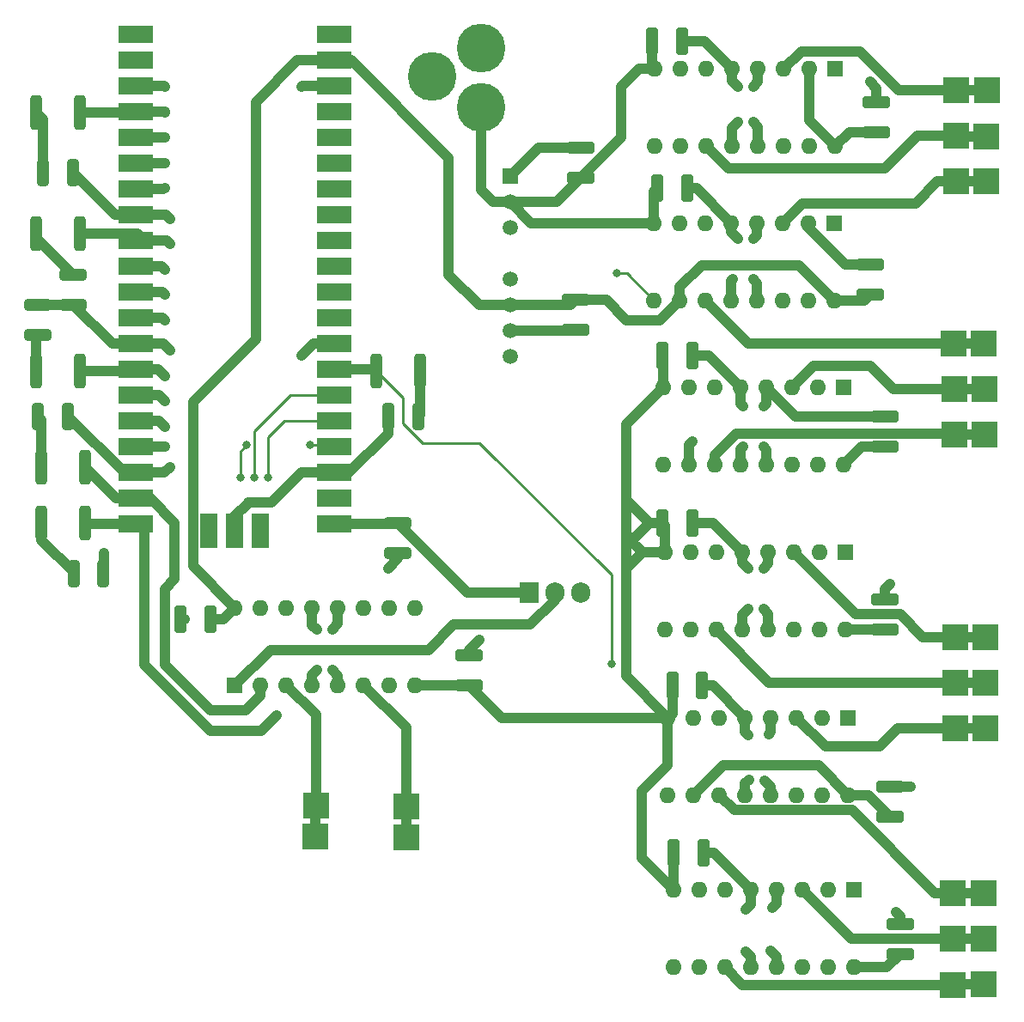
<source format=gbr>
%TF.GenerationSoftware,KiCad,Pcbnew,(6.0.7)*%
%TF.CreationDate,2023-04-21T16:09:57-05:00*%
%TF.ProjectId,RevisedControlBoard,52657669-7365-4644-936f-6e74726f6c42,rev?*%
%TF.SameCoordinates,Original*%
%TF.FileFunction,Copper,L1,Top*%
%TF.FilePolarity,Positive*%
%FSLAX46Y46*%
G04 Gerber Fmt 4.6, Leading zero omitted, Abs format (unit mm)*
G04 Created by KiCad (PCBNEW (6.0.7)) date 2023-04-21 16:09:57*
%MOMM*%
%LPD*%
G01*
G04 APERTURE LIST*
G04 Aperture macros list*
%AMRoundRect*
0 Rectangle with rounded corners*
0 $1 Rounding radius*
0 $2 $3 $4 $5 $6 $7 $8 $9 X,Y pos of 4 corners*
0 Add a 4 corners polygon primitive as box body*
4,1,4,$2,$3,$4,$5,$6,$7,$8,$9,$2,$3,0*
0 Add four circle primitives for the rounded corners*
1,1,$1+$1,$2,$3*
1,1,$1+$1,$4,$5*
1,1,$1+$1,$6,$7*
1,1,$1+$1,$8,$9*
0 Add four rect primitives between the rounded corners*
20,1,$1+$1,$2,$3,$4,$5,0*
20,1,$1+$1,$4,$5,$6,$7,0*
20,1,$1+$1,$6,$7,$8,$9,0*
20,1,$1+$1,$8,$9,$2,$3,0*%
G04 Aperture macros list end*
%TA.AperFunction,ComponentPad*%
%ADD10R,1.600000X1.600000*%
%TD*%
%TA.AperFunction,ComponentPad*%
%ADD11O,1.600000X1.600000*%
%TD*%
%TA.AperFunction,SMDPad,CuDef*%
%ADD12RoundRect,0.250000X1.100000X-0.325000X1.100000X0.325000X-1.100000X0.325000X-1.100000X-0.325000X0*%
%TD*%
%TA.AperFunction,SMDPad,CuDef*%
%ADD13R,2.500000X2.500000*%
%TD*%
%TA.AperFunction,SMDPad,CuDef*%
%ADD14RoundRect,0.250000X-0.325000X-1.100000X0.325000X-1.100000X0.325000X1.100000X-0.325000X1.100000X0*%
%TD*%
%TA.AperFunction,SMDPad,CuDef*%
%ADD15RoundRect,0.250000X-0.312500X-1.075000X0.312500X-1.075000X0.312500X1.075000X-0.312500X1.075000X0*%
%TD*%
%TA.AperFunction,ComponentPad*%
%ADD16R,1.508000X1.508000*%
%TD*%
%TA.AperFunction,ComponentPad*%
%ADD17C,1.508000*%
%TD*%
%TA.AperFunction,SMDPad,CuDef*%
%ADD18RoundRect,0.250000X-0.312500X-1.450000X0.312500X-1.450000X0.312500X1.450000X-0.312500X1.450000X0*%
%TD*%
%TA.AperFunction,ComponentPad*%
%ADD19C,4.800000*%
%TD*%
%TA.AperFunction,SMDPad,CuDef*%
%ADD20RoundRect,0.250000X-1.075000X0.312500X-1.075000X-0.312500X1.075000X-0.312500X1.075000X0.312500X0*%
%TD*%
%TA.AperFunction,ComponentPad*%
%ADD21R,1.905000X2.000000*%
%TD*%
%TA.AperFunction,ComponentPad*%
%ADD22O,1.905000X2.000000*%
%TD*%
%TA.AperFunction,SMDPad,CuDef*%
%ADD23RoundRect,0.250000X-1.100000X0.325000X-1.100000X-0.325000X1.100000X-0.325000X1.100000X0.325000X0*%
%TD*%
%TA.AperFunction,SMDPad,CuDef*%
%ADD24RoundRect,0.250000X1.075000X-0.312500X1.075000X0.312500X-1.075000X0.312500X-1.075000X-0.312500X0*%
%TD*%
%TA.AperFunction,SMDPad,CuDef*%
%ADD25RoundRect,0.250000X0.312500X1.450000X-0.312500X1.450000X-0.312500X-1.450000X0.312500X-1.450000X0*%
%TD*%
%TA.AperFunction,SMDPad,CuDef*%
%ADD26R,3.500000X1.700000*%
%TD*%
%TA.AperFunction,SMDPad,CuDef*%
%ADD27R,1.700000X3.500000*%
%TD*%
%TA.AperFunction,SMDPad,CuDef*%
%ADD28RoundRect,0.250000X0.312500X1.075000X-0.312500X1.075000X-0.312500X-1.075000X0.312500X-1.075000X0*%
%TD*%
%TA.AperFunction,SMDPad,CuDef*%
%ADD29RoundRect,0.250000X0.325000X1.100000X-0.325000X1.100000X-0.325000X-1.100000X0.325000X-1.100000X0*%
%TD*%
%TA.AperFunction,ViaPad*%
%ADD30C,0.800000*%
%TD*%
%TA.AperFunction,Conductor*%
%ADD31C,1.000000*%
%TD*%
%TA.AperFunction,Conductor*%
%ADD32C,0.250000*%
%TD*%
G04 APERTURE END LIST*
D10*
%TO.P,U6,1,EN1\u002C2*%
%TO.N,G4C*%
X190430000Y-125200000D03*
D11*
%TO.P,U6,2,1A*%
%TO.N,G4B*%
X187890000Y-125200000D03*
%TO.P,U6,3,1Y*%
%TO.N,Net-(G4M1-Pad1)*%
X185350000Y-125200000D03*
%TO.P,U6,4,GND*%
%TO.N,GND1*%
X182810000Y-125200000D03*
%TO.P,U6,5,GND*%
X180270000Y-125200000D03*
%TO.P,U6,6,2Y*%
%TO.N,unconnected-(U6-Pad6)*%
X177730000Y-125200000D03*
%TO.P,U6,7,2A*%
%TO.N,unconnected-(U6-Pad7)*%
X175190000Y-125200000D03*
%TO.P,U6,8,VCC2*%
%TO.N,18V*%
X172650000Y-125200000D03*
%TO.P,U6,9,EN3\u002C4*%
%TO.N,G4D*%
X172650000Y-132820000D03*
%TO.P,U6,10,3A*%
%TO.N,GND1*%
X175190000Y-132820000D03*
%TO.P,U6,11,3Y*%
%TO.N,Net-(G4L1-Pad1)*%
X177730000Y-132820000D03*
%TO.P,U6,12,GND*%
%TO.N,GND1*%
X180270000Y-132820000D03*
%TO.P,U6,13,GND*%
X182810000Y-132820000D03*
%TO.P,U6,14,4Y*%
%TO.N,unconnected-(U6-Pad14)*%
X185350000Y-132820000D03*
%TO.P,U6,15,4A*%
%TO.N,unconnected-(U6-Pad15)*%
X187890000Y-132820000D03*
%TO.P,U6,16,VCC1*%
%TO.N,+5V*%
X190430000Y-132820000D03*
%TD*%
D12*
%TO.P,C12,1*%
%TO.N,+5V*%
X195000000Y-131475000D03*
%TO.P,C12,2*%
%TO.N,GND1*%
X195000000Y-128525000D03*
%TD*%
D10*
%TO.P,U5,1,EN1\u002C2*%
%TO.N,G1D*%
X188505000Y-59430000D03*
D11*
%TO.P,U5,2,1A*%
%TO.N,GND1*%
X185965000Y-59430000D03*
%TO.P,U5,3,1Y*%
%TO.N,Net-(G1L1-Pad1)*%
X183425000Y-59430000D03*
%TO.P,U5,4,GND*%
%TO.N,GND1*%
X180885000Y-59430000D03*
%TO.P,U5,5,GND*%
X178345000Y-59430000D03*
%TO.P,U5,6,2Y*%
%TO.N,unconnected-(U5-Pad6)*%
X175805000Y-59430000D03*
%TO.P,U5,7,2A*%
%TO.N,unconnected-(U5-Pad7)*%
X173265000Y-59430000D03*
%TO.P,U5,8,VCC2*%
%TO.N,18V*%
X170725000Y-59430000D03*
%TO.P,U5,9,EN3\u002C4*%
%TO.N,G2A*%
X170725000Y-67050000D03*
%TO.P,U5,10,3A*%
%TO.N,+5V*%
X173265000Y-67050000D03*
%TO.P,U5,11,3Y*%
%TO.N,Net-(G2R1-Pad1)*%
X175805000Y-67050000D03*
%TO.P,U5,12,GND*%
%TO.N,GND1*%
X178345000Y-67050000D03*
%TO.P,U5,13,GND*%
X180885000Y-67050000D03*
%TO.P,U5,14,4Y*%
%TO.N,unconnected-(U5-Pad14)*%
X183425000Y-67050000D03*
%TO.P,U5,15,4A*%
%TO.N,unconnected-(U5-Pad15)*%
X185965000Y-67050000D03*
%TO.P,U5,16,VCC1*%
%TO.N,+5V*%
X188505000Y-67050000D03*
%TD*%
D13*
%TO.P,RailB1,1,1*%
%TO.N,Net-(RailB1-Pad1)*%
X146305001Y-116987499D03*
%TD*%
D12*
%TO.P,C2,1*%
%TO.N,+5V*%
X194000000Y-117975000D03*
%TO.P,C2,2*%
%TO.N,GND1*%
X194000000Y-115025000D03*
%TD*%
D13*
%TO.P,G4L1,1,1*%
%TO.N,Net-(G4L1-Pad1)*%
X203200000Y-134500000D03*
%TD*%
%TO.P,G2L2,1,1*%
%TO.N,Net-(G2L1-Pad1)*%
X200300000Y-80330000D03*
%TD*%
%TO.P,G1L1,1,1*%
%TO.N,Net-(G1L1-Pad1)*%
X203500000Y-55330000D03*
%TD*%
D14*
%TO.P,C10,1*%
%TO.N,18V*%
X172525000Y-105000000D03*
%TO.P,C10,2*%
%TO.N,GND1*%
X175475000Y-105000000D03*
%TD*%
D13*
%TO.P,G1M2,1,1*%
%TO.N,Net-(G1M1-Pad1)*%
X200500000Y-50830000D03*
%TD*%
D15*
%TO.P,R1,1*%
%TO.N,Net-(D1-Pad1)*%
X110037500Y-78500000D03*
%TO.P,R1,2*%
%TO.N,GND1*%
X112962500Y-78500000D03*
%TD*%
D13*
%TO.P,G4R2,1,1*%
%TO.N,Net-(G4R1-Pad1)*%
X200200000Y-125500000D03*
%TD*%
D16*
%TO.P,PS1,1,GND*%
%TO.N,GND1*%
X156550000Y-54822500D03*
D17*
%TO.P,PS1,2,VIN*%
%TO.N,18V*%
X156550000Y-57362500D03*
%TO.P,PS1,3,NC*%
%TO.N,unconnected-(PS1-Pad3)*%
X156550000Y-59902500D03*
%TO.P,PS1,5,NC*%
%TO.N,unconnected-(PS1-Pad5)*%
X156550000Y-64982500D03*
%TO.P,PS1,6,+VO*%
%TO.N,+5V*%
X156550000Y-67522500D03*
%TO.P,PS1,7,0V*%
%TO.N,GND1*%
X156550000Y-70062500D03*
%TO.P,PS1,8,NC*%
%TO.N,unconnected-(PS1-Pad8)*%
X156550000Y-72602500D03*
%TD*%
D18*
%TO.P,CCW,1,K*%
%TO.N,Net-(D2-Pad1)*%
X110362500Y-89000000D03*
%TO.P,CCW,2,A*%
%TO.N,Rail2*%
X114637500Y-89000000D03*
%TD*%
D10*
%TO.P,U4,1,EN1\u002C2*%
%TO.N,G1A*%
X188605000Y-44230000D03*
D11*
%TO.P,U4,2,1A*%
%TO.N,+5V*%
X186065000Y-44230000D03*
%TO.P,U4,3,1Y*%
%TO.N,Net-(G1R1-Pad1)*%
X183525000Y-44230000D03*
%TO.P,U4,4,GND*%
%TO.N,GND1*%
X180985000Y-44230000D03*
%TO.P,U4,5,GND*%
X178445000Y-44230000D03*
%TO.P,U4,6,2Y*%
%TO.N,unconnected-(U4-Pad6)*%
X175905000Y-44230000D03*
%TO.P,U4,7,2A*%
%TO.N,unconnected-(U4-Pad7)*%
X173365000Y-44230000D03*
%TO.P,U4,8,VCC2*%
%TO.N,18V*%
X170825000Y-44230000D03*
%TO.P,U4,9,EN3\u002C4*%
%TO.N,G1C*%
X170825000Y-51850000D03*
%TO.P,U4,10,3A*%
%TO.N,G1B*%
X173365000Y-51850000D03*
%TO.P,U4,11,3Y*%
%TO.N,Net-(G1M1-Pad1)*%
X175905000Y-51850000D03*
%TO.P,U4,12,GND*%
%TO.N,GND1*%
X178445000Y-51850000D03*
%TO.P,U4,13,GND*%
X180985000Y-51850000D03*
%TO.P,U4,14,4Y*%
%TO.N,unconnected-(U4-Pad14)*%
X183525000Y-51850000D03*
%TO.P,U4,15,4A*%
%TO.N,unconnected-(U4-Pad15)*%
X186065000Y-51850000D03*
%TO.P,U4,16,VCC1*%
%TO.N,+5V*%
X188605000Y-51850000D03*
%TD*%
D10*
%TO.P,U7,1,EN1\u002C2*%
%TO.N,G3A*%
X189605000Y-91930000D03*
D11*
%TO.P,U7,2,1A*%
%TO.N,+5V*%
X187065000Y-91930000D03*
%TO.P,U7,3,1Y*%
%TO.N,Net-(G3R1-Pad1)*%
X184525000Y-91930000D03*
%TO.P,U7,4,GND*%
%TO.N,GND1*%
X181985000Y-91930000D03*
%TO.P,U7,5,GND*%
X179445000Y-91930000D03*
%TO.P,U7,6,2Y*%
%TO.N,unconnected-(U7-Pad6)*%
X176905000Y-91930000D03*
%TO.P,U7,7,2A*%
%TO.N,unconnected-(U7-Pad7)*%
X174365000Y-91930000D03*
%TO.P,U7,8,VCC2*%
%TO.N,18V*%
X171825000Y-91930000D03*
%TO.P,U7,9,EN3\u002C4*%
%TO.N,G3C*%
X171825000Y-99550000D03*
%TO.P,U7,10,3A*%
%TO.N,G3B*%
X174365000Y-99550000D03*
%TO.P,U7,11,3Y*%
%TO.N,Net-(G3M1-Pad1)*%
X176905000Y-99550000D03*
%TO.P,U7,12,GND*%
%TO.N,GND1*%
X179445000Y-99550000D03*
%TO.P,U7,13,GND*%
X181985000Y-99550000D03*
%TO.P,U7,14,4Y*%
%TO.N,unconnected-(U7-Pad14)*%
X184525000Y-99550000D03*
%TO.P,U7,15,4A*%
%TO.N,unconnected-(U7-Pad15)*%
X187065000Y-99550000D03*
%TO.P,U7,16,VCC1*%
%TO.N,+5V*%
X189605000Y-99550000D03*
%TD*%
D13*
%TO.P,RailB2,1,1*%
%TO.N,Net-(RailB1-Pad1)*%
X146305001Y-119987499D03*
%TD*%
D14*
%TO.P,C13,1*%
%TO.N,18V*%
X171025000Y-56000000D03*
%TO.P,C13,2*%
%TO.N,GND1*%
X173975000Y-56000000D03*
%TD*%
D13*
%TO.P,G4R1,1,1*%
%TO.N,Net-(G4R1-Pad1)*%
X203200000Y-125500000D03*
%TD*%
%TO.P,RailA2,1,1*%
%TO.N,Net-(RailA1-Pad1)*%
X137355001Y-119937499D03*
%TD*%
D19*
%TO.P,J1,1,POWER*%
%TO.N,18V*%
X153650000Y-48009500D03*
%TO.P,J1,2,GND_1*%
%TO.N,GND1*%
X153650000Y-42209500D03*
%TO.P,J1,3,GND_2*%
%TO.N,unconnected-(J1-Pad3)*%
X148850000Y-45009500D03*
%TD*%
D15*
%TO.P,R2,1*%
%TO.N,Net-(D2-Pad1)*%
X113537500Y-94000000D03*
%TO.P,R2,2*%
%TO.N,GND1*%
X116462500Y-94000000D03*
%TD*%
D20*
%TO.P,R7,1*%
%TO.N,PWM*%
X145500000Y-89037500D03*
%TO.P,R7,2*%
%TO.N,GND1*%
X145500000Y-91962500D03*
%TD*%
D21*
%TO.P,Q1,1,G*%
%TO.N,PWM*%
X158390000Y-95835000D03*
D22*
%TO.P,Q1,2,D*%
%TO.N,RAIL*%
X160930000Y-95835000D03*
%TO.P,Q1,3,S*%
%TO.N,GND1*%
X163470000Y-95835000D03*
%TD*%
D13*
%TO.P,G2M2,1,1*%
%TO.N,Net-(G2M1-Pad1)*%
X200300000Y-75830000D03*
%TD*%
D23*
%TO.P,C4,1*%
%TO.N,+5V*%
X163000000Y-67025000D03*
%TO.P,C4,2*%
%TO.N,GND1*%
X163000000Y-69975000D03*
%TD*%
D13*
%TO.P,G3L2,1,1*%
%TO.N,Net-(G3L1-Pad1)*%
X200400000Y-109230000D03*
%TD*%
%TO.P,G3M2,1,1*%
%TO.N,Net-(G3M1-Pad1)*%
X200400000Y-104730000D03*
%TD*%
%TO.P,G1L2,1,1*%
%TO.N,Net-(G1L1-Pad1)*%
X200500000Y-55330000D03*
%TD*%
D20*
%TO.P,R4,1*%
%TO.N,Net-(D4-Pad1)*%
X113500000Y-64537500D03*
%TO.P,R4,2*%
%TO.N,GND1*%
X113500000Y-67462500D03*
%TD*%
D12*
%TO.P,C5,1*%
%TO.N,+5V*%
X193500000Y-81475000D03*
%TO.P,C5,2*%
%TO.N,GND1*%
X193500000Y-78525000D03*
%TD*%
%TO.P,C1,1*%
%TO.N,18V*%
X163500000Y-54975000D03*
%TO.P,C1,2*%
%TO.N,GND1*%
X163500000Y-52025000D03*
%TD*%
D13*
%TO.P,G4M2,1,1*%
%TO.N,Net-(G4M1-Pad1)*%
X200200000Y-130000000D03*
%TD*%
D18*
%TO.P,Track 1,1,K*%
%TO.N,Net-(D3-Pad1)*%
X109862500Y-48500000D03*
%TO.P,Track 1,2,A*%
%TO.N,G1A*%
X114137500Y-48500000D03*
%TD*%
D10*
%TO.P,U3,1,EN1\u002C2*%
%TO.N,G2C*%
X189405000Y-75630000D03*
D11*
%TO.P,U3,2,1A*%
%TO.N,G2B*%
X186865000Y-75630000D03*
%TO.P,U3,3,1Y*%
%TO.N,Net-(G2M1-Pad1)*%
X184325000Y-75630000D03*
%TO.P,U3,4,GND*%
%TO.N,GND1*%
X181785000Y-75630000D03*
%TO.P,U3,5,GND*%
X179245000Y-75630000D03*
%TO.P,U3,6,2Y*%
%TO.N,unconnected-(U3-Pad6)*%
X176705000Y-75630000D03*
%TO.P,U3,7,2A*%
%TO.N,unconnected-(U3-Pad7)*%
X174165000Y-75630000D03*
%TO.P,U3,8,VCC2*%
%TO.N,18V*%
X171625000Y-75630000D03*
%TO.P,U3,9,EN3\u002C4*%
%TO.N,G2D*%
X171625000Y-83250000D03*
%TO.P,U3,10,3A*%
%TO.N,GND1*%
X174165000Y-83250000D03*
%TO.P,U3,11,3Y*%
%TO.N,Net-(G2L1-Pad1)*%
X176705000Y-83250000D03*
%TO.P,U3,12,GND*%
%TO.N,GND1*%
X179245000Y-83250000D03*
%TO.P,U3,13,GND*%
X181785000Y-83250000D03*
%TO.P,U3,14,4Y*%
%TO.N,unconnected-(U3-Pad14)*%
X184325000Y-83250000D03*
%TO.P,U3,15,4A*%
%TO.N,unconnected-(U3-Pad15)*%
X186865000Y-83250000D03*
%TO.P,U3,16,VCC1*%
%TO.N,+5V*%
X189405000Y-83250000D03*
%TD*%
D14*
%TO.P,C9,1*%
%TO.N,18V*%
X170525000Y-41500000D03*
%TO.P,C9,2*%
%TO.N,GND1*%
X173475000Y-41500000D03*
%TD*%
D24*
%TO.P,R5,1*%
%TO.N,Net-(D5-Pad1)*%
X110000000Y-70462500D03*
%TO.P,R5,2*%
%TO.N,GND1*%
X110000000Y-67537500D03*
%TD*%
D18*
%TO.P,T3,1,K*%
%TO.N,Net-(D5-Pad1)*%
X109862500Y-74000000D03*
%TO.P,T3,2,A*%
%TO.N,G3A*%
X114137500Y-74000000D03*
%TD*%
D13*
%TO.P,G3M1,1,1*%
%TO.N,Net-(G3M1-Pad1)*%
X203400000Y-104730000D03*
%TD*%
%TO.P,G1R2,1,1*%
%TO.N,Net-(G1R1-Pad1)*%
X203550000Y-46330000D03*
%TD*%
D14*
%TO.P,C14,1*%
%TO.N,18V*%
X171525000Y-89000000D03*
%TO.P,C14,2*%
%TO.N,GND1*%
X174475000Y-89000000D03*
%TD*%
%TO.P,C8,1*%
%TO.N,18V*%
X172625000Y-121550000D03*
%TO.P,C8,2*%
%TO.N,GND1*%
X175575000Y-121550000D03*
%TD*%
D13*
%TO.P,G3R1,1,1*%
%TO.N,Net-(G3R1-Pad1)*%
X203400000Y-100230000D03*
%TD*%
%TO.P,G3L1,1,1*%
%TO.N,Net-(G3L1-Pad1)*%
X203400000Y-109230000D03*
%TD*%
D10*
%TO.P,U8,1,EN1\u002C2*%
%TO.N,G3D*%
X189875000Y-108200000D03*
D11*
%TO.P,U8,2,1A*%
%TO.N,GND1*%
X187335000Y-108200000D03*
%TO.P,U8,3,1Y*%
%TO.N,Net-(G3L1-Pad1)*%
X184795000Y-108200000D03*
%TO.P,U8,4,GND*%
%TO.N,GND1*%
X182255000Y-108200000D03*
%TO.P,U8,5,GND*%
X179715000Y-108200000D03*
%TO.P,U8,6,2Y*%
%TO.N,unconnected-(U8-Pad6)*%
X177175000Y-108200000D03*
%TO.P,U8,7,2A*%
%TO.N,unconnected-(U8-Pad7)*%
X174635000Y-108200000D03*
%TO.P,U8,8,VCC2*%
%TO.N,18V*%
X172095000Y-108200000D03*
%TO.P,U8,9,EN3\u002C4*%
%TO.N,G4A*%
X172095000Y-115820000D03*
%TO.P,U8,10,3A*%
%TO.N,+5V*%
X174635000Y-115820000D03*
%TO.P,U8,11,3Y*%
%TO.N,Net-(G4R1-Pad1)*%
X177175000Y-115820000D03*
%TO.P,U8,12,GND*%
%TO.N,GND1*%
X179715000Y-115820000D03*
%TO.P,U8,13,GND*%
X182255000Y-115820000D03*
%TO.P,U8,14,4Y*%
%TO.N,unconnected-(U8-Pad14)*%
X184795000Y-115820000D03*
%TO.P,U8,15,4A*%
%TO.N,unconnected-(U8-Pad15)*%
X187335000Y-115820000D03*
%TO.P,U8,16,VCC1*%
%TO.N,+5V*%
X189875000Y-115820000D03*
%TD*%
D18*
%TO.P,CW,1,K*%
%TO.N,Net-(D1-Pad1)*%
X110362500Y-83500000D03*
%TO.P,CW,2,A*%
%TO.N,Rail1*%
X114637500Y-83500000D03*
%TD*%
D13*
%TO.P,RailA1,1,1*%
%TO.N,Net-(RailA1-Pad1)*%
X137405001Y-116837499D03*
%TD*%
D18*
%TO.P,Track 2,1,K*%
%TO.N,Net-(D4-Pad1)*%
X109862500Y-60500000D03*
%TO.P,Track 2,2,A*%
%TO.N,G2A*%
X114137500Y-60500000D03*
%TD*%
D13*
%TO.P,G1R1,1,1*%
%TO.N,Net-(G1R1-Pad1)*%
X200500000Y-46330000D03*
%TD*%
%TO.P,G2M1,1,1*%
%TO.N,Net-(G2M1-Pad1)*%
X203300000Y-75830000D03*
%TD*%
D12*
%TO.P,C6,1*%
%TO.N,+5V*%
X193500000Y-99475000D03*
%TO.P,C6,2*%
%TO.N,GND1*%
X193500000Y-96525000D03*
%TD*%
%TO.P,C15,1*%
%TO.N,18V*%
X152500000Y-104975000D03*
%TO.P,C15,2*%
%TO.N,GND1*%
X152500000Y-102025000D03*
%TD*%
D13*
%TO.P,G4M1,1,1*%
%TO.N,Net-(G4M1-Pad1)*%
X203200000Y-130000000D03*
%TD*%
%TO.P,G2R1,1,1*%
%TO.N,Net-(G2R1-Pad1)*%
X203250000Y-71280000D03*
%TD*%
D12*
%TO.P,C11,1*%
%TO.N,+5V*%
X192000000Y-66475000D03*
%TO.P,C11,2*%
%TO.N,GND1*%
X192000000Y-63525000D03*
%TD*%
D25*
%TO.P,T4,1,K*%
%TO.N,Net-(D6-Pad1)*%
X147637500Y-74000000D03*
%TO.P,T4,2,A*%
%TO.N,G4A*%
X143362500Y-74000000D03*
%TD*%
D26*
%TO.P,U2,1,GPIO0*%
%TO.N,unconnected-(U2-Pad1)*%
X119610000Y-40870000D03*
%TO.P,U2,2,GPIO1*%
%TO.N,unconnected-(U2-Pad2)*%
X119610000Y-43410000D03*
%TO.P,U2,3,GND*%
%TO.N,GND1*%
X119610000Y-45950000D03*
%TO.P,U2,4,GPIO2*%
%TO.N,G1A*%
X119610000Y-48490000D03*
%TO.P,U2,5,GPIO3*%
%TO.N,G1B*%
X119610000Y-51030000D03*
%TO.P,U2,6,GPIO4*%
%TO.N,G1C*%
X119610000Y-53570000D03*
%TO.P,U2,7,GPIO5*%
%TO.N,G1D*%
X119610000Y-56110000D03*
%TO.P,U2,8,GND*%
%TO.N,GND1*%
X119610000Y-58650000D03*
%TO.P,U2,9,GPIO6*%
%TO.N,G2A*%
X119610000Y-61190000D03*
%TO.P,U2,10,GPIO7*%
%TO.N,G2B*%
X119610000Y-63730000D03*
%TO.P,U2,11,GPIO8*%
%TO.N,G2C*%
X119610000Y-66270000D03*
%TO.P,U2,12,GPIO9*%
%TO.N,G2D*%
X119610000Y-68810000D03*
%TO.P,U2,13,GND*%
%TO.N,GND1*%
X119610000Y-71350000D03*
%TO.P,U2,14,GPIO10*%
%TO.N,G3A*%
X119610000Y-73890000D03*
%TO.P,U2,15,GPIO11*%
%TO.N,G3B*%
X119610000Y-76430000D03*
%TO.P,U2,16,GPIO12*%
%TO.N,G3C*%
X119610000Y-78970000D03*
%TO.P,U2,17,GPIO13*%
%TO.N,G3D*%
X119610000Y-81510000D03*
%TO.P,U2,18,GND*%
%TO.N,GND1*%
X119610000Y-84050000D03*
%TO.P,U2,19,GPIO14*%
%TO.N,Rail1*%
X119610000Y-86590000D03*
%TO.P,U2,20,GPIO15*%
%TO.N,Rail2*%
X119610000Y-89130000D03*
%TO.P,U2,21,GPIO16*%
%TO.N,PWM*%
X139190000Y-89130000D03*
%TO.P,U2,22,GPIO17*%
%TO.N,unconnected-(U2-Pad22)*%
X139190000Y-86590000D03*
%TO.P,U2,23,GND*%
%TO.N,GND1*%
X139190000Y-84050000D03*
%TO.P,U2,24,GPIO18*%
%TO.N,G4D*%
X139190000Y-81510000D03*
%TO.P,U2,25,GPIO19*%
%TO.N,G4C*%
X139190000Y-78970000D03*
%TO.P,U2,26,GPIO20*%
%TO.N,G4B*%
X139190000Y-76430000D03*
%TO.P,U2,27,GPIO21*%
%TO.N,G4A*%
X139190000Y-73890000D03*
%TO.P,U2,28,GND*%
%TO.N,GND1*%
X139190000Y-71350000D03*
%TO.P,U2,29,GPIO22*%
%TO.N,unconnected-(U2-Pad29)*%
X139190000Y-68810000D03*
%TO.P,U2,30,RUN*%
%TO.N,unconnected-(U2-Pad30)*%
X139190000Y-66270000D03*
%TO.P,U2,31,GPIO26_ADC0*%
%TO.N,unconnected-(U2-Pad31)*%
X139190000Y-63730000D03*
%TO.P,U2,32,GPIO27_ADC1*%
%TO.N,unconnected-(U2-Pad32)*%
X139190000Y-61190000D03*
%TO.P,U2,33,AGND*%
%TO.N,unconnected-(U2-Pad33)*%
X139190000Y-58650000D03*
%TO.P,U2,34,GPIO28_ADC2*%
%TO.N,unconnected-(U2-Pad34)*%
X139190000Y-56110000D03*
%TO.P,U2,35,ADC_VREF*%
%TO.N,unconnected-(U2-Pad35)*%
X139190000Y-53570000D03*
%TO.P,U2,36,3V3*%
%TO.N,unconnected-(U2-Pad36)*%
X139190000Y-51030000D03*
%TO.P,U2,37,3V3_EN*%
%TO.N,unconnected-(U2-Pad37)*%
X139190000Y-48490000D03*
%TO.P,U2,38,GND*%
%TO.N,GND1*%
X139190000Y-45950000D03*
%TO.P,U2,39,VSYS*%
%TO.N,+5V*%
X139190000Y-43410000D03*
%TO.P,U2,40,VBUS*%
%TO.N,unconnected-(U2-Pad40)*%
X139190000Y-40870000D03*
D27*
%TO.P,U2,41,SWCLK*%
%TO.N,unconnected-(U2-Pad41)*%
X126860000Y-89800000D03*
%TO.P,U2,42,GND*%
%TO.N,GND1*%
X129400000Y-89800000D03*
%TO.P,U2,43,SWDIO*%
%TO.N,unconnected-(U2-Pad43)*%
X131940000Y-89800000D03*
%TD*%
D15*
%TO.P,R3,1*%
%TO.N,Net-(D3-Pad1)*%
X110537500Y-54500000D03*
%TO.P,R3,2*%
%TO.N,GND1*%
X113462500Y-54500000D03*
%TD*%
D12*
%TO.P,C7,1*%
%TO.N,+5V*%
X192630000Y-50475000D03*
%TO.P,C7,2*%
%TO.N,GND1*%
X192630000Y-47525000D03*
%TD*%
D13*
%TO.P,G3R2,1,1*%
%TO.N,Net-(G3R1-Pad1)*%
X200400000Y-100230000D03*
%TD*%
%TO.P,G4L2,1,1*%
%TO.N,Net-(G4L1-Pad1)*%
X200200000Y-134550000D03*
%TD*%
%TO.P,G1M1,1,1*%
%TO.N,Net-(G1M1-Pad1)*%
X203500000Y-50880000D03*
%TD*%
%TO.P,G2R2,1,1*%
%TO.N,Net-(G2R1-Pad1)*%
X200250000Y-71280000D03*
%TD*%
%TO.P,G2L1,1,1*%
%TO.N,Net-(G2L1-Pad1)*%
X203300000Y-80330000D03*
%TD*%
D14*
%TO.P,C3,1*%
%TO.N,18V*%
X171525000Y-72500000D03*
%TO.P,C3,2*%
%TO.N,GND1*%
X174475000Y-72500000D03*
%TD*%
D28*
%TO.P,R6,1*%
%TO.N,Net-(D6-Pad1)*%
X147462500Y-78500000D03*
%TO.P,R6,2*%
%TO.N,GND1*%
X144537500Y-78500000D03*
%TD*%
D10*
%TO.P,U1,1,EN1\u002C2*%
%TO.N,RAIL*%
X129425000Y-105000000D03*
D11*
%TO.P,U1,2,1A*%
%TO.N,Rail1*%
X131965000Y-105000000D03*
%TO.P,U1,3,1Y*%
%TO.N,Net-(RailA1-Pad1)*%
X134505000Y-105000000D03*
%TO.P,U1,4,GND*%
%TO.N,GND1*%
X137045000Y-105000000D03*
%TO.P,U1,5,GND*%
X139585000Y-105000000D03*
%TO.P,U1,6,2Y*%
%TO.N,Net-(RailB1-Pad1)*%
X142125000Y-105000000D03*
%TO.P,U1,7,2A*%
%TO.N,Rail2*%
X144665000Y-105000000D03*
%TO.P,U1,8,VCC2*%
%TO.N,18V*%
X147205000Y-105000000D03*
%TO.P,U1,9,EN3\u002C4*%
%TO.N,unconnected-(U1-Pad9)*%
X147205000Y-97380000D03*
%TO.P,U1,10,3A*%
%TO.N,unconnected-(U1-Pad10)*%
X144665000Y-97380000D03*
%TO.P,U1,11,3Y*%
%TO.N,unconnected-(U1-Pad11)*%
X142125000Y-97380000D03*
%TO.P,U1,12,GND*%
%TO.N,GND1*%
X139585000Y-97380000D03*
%TO.P,U1,13,GND*%
X137045000Y-97380000D03*
%TO.P,U1,14,4Y*%
%TO.N,unconnected-(U1-Pad14)*%
X134505000Y-97380000D03*
%TO.P,U1,15,4A*%
%TO.N,unconnected-(U1-Pad15)*%
X131965000Y-97380000D03*
%TO.P,U1,16,VCC1*%
%TO.N,+5V*%
X129425000Y-97380000D03*
%TD*%
D29*
%TO.P,C16,1*%
%TO.N,+5V*%
X126975000Y-98500000D03*
%TO.P,C16,2*%
%TO.N,GND1*%
X124025000Y-98500000D03*
%TD*%
D30*
%TO.N,GND1*%
X194000000Y-95000000D03*
X180120000Y-114300000D03*
X181650000Y-114380000D03*
X182060000Y-109800000D03*
X180010000Y-109900000D03*
X196000000Y-115000000D03*
X179720000Y-131230000D03*
X182240000Y-131200000D03*
X182350000Y-126960000D03*
X179770000Y-127120000D03*
X194570000Y-127350000D03*
X139000000Y-99500000D03*
X116500000Y-92000000D03*
X130720000Y-87020000D03*
X180500000Y-46000000D03*
X192000000Y-45500000D03*
X179500000Y-77500000D03*
X136000000Y-46000000D03*
X123000000Y-59000000D03*
X137500000Y-99500000D03*
X174500000Y-81000000D03*
X179000000Y-46000000D03*
X180500000Y-61000000D03*
X122500000Y-46000000D03*
X123000000Y-72000000D03*
X180000000Y-97500000D03*
X180500000Y-49500000D03*
X180500000Y-65000000D03*
X144500000Y-93500000D03*
X179500000Y-81500000D03*
X181500000Y-93500000D03*
X181500000Y-81500000D03*
X123000000Y-83500000D03*
X136000000Y-72500000D03*
X124500000Y-98500000D03*
X179000000Y-49500000D03*
X178500000Y-65000000D03*
X139000000Y-103500000D03*
X137500000Y-103500000D03*
X179000000Y-61000000D03*
X180000000Y-93500000D03*
X181500000Y-97500000D03*
X153500000Y-100500000D03*
X181500000Y-77500000D03*
%TO.N,Rail2*%
X133500000Y-108000000D03*
%TO.N,G1A*%
X122500000Y-48500000D03*
%TO.N,G2A*%
X167050000Y-64370000D03*
X123000000Y-61500000D03*
%TO.N,G3A*%
X122500000Y-74500000D03*
%TO.N,G4A*%
X166540000Y-102930000D03*
%TO.N,G1B*%
X122500000Y-51000000D03*
%TO.N,G1C*%
X122500000Y-53500000D03*
%TO.N,G1D*%
X122500000Y-56000000D03*
%TO.N,G2B*%
X122500000Y-64000000D03*
%TO.N,G2C*%
X122500000Y-66500000D03*
%TO.N,G2D*%
X122500000Y-69000000D03*
%TO.N,G3B*%
X122500000Y-77000000D03*
%TO.N,G3C*%
X122500000Y-79500000D03*
%TO.N,G4D*%
X130580000Y-81300000D03*
X130000000Y-84499500D03*
X136870000Y-81300000D03*
%TO.N,G4C*%
X132650000Y-84499500D03*
%TO.N,G4B*%
X131350000Y-84499500D03*
%TO.N,G3D*%
X122500000Y-81500000D03*
%TD*%
D31*
%TO.N,Net-(G4L1-Pad1)*%
X200200000Y-134550000D02*
X179460000Y-134550000D01*
X200250000Y-134500000D02*
X200200000Y-134550000D01*
X203200000Y-134500000D02*
X200250000Y-134500000D01*
%TO.N,Net-(G1L1-Pad1)*%
X198670000Y-55330000D02*
X200500000Y-55330000D01*
%TO.N,Net-(G1R1-Pad1)*%
X194830000Y-46330000D02*
X200500000Y-46330000D01*
%TO.N,Net-(G1M1-Pad1)*%
X196670000Y-50830000D02*
X200500000Y-50830000D01*
%TO.N,Net-(G2L1-Pad1)*%
X200170000Y-80200000D02*
X200300000Y-80330000D01*
X178800000Y-80200000D02*
X200170000Y-80200000D01*
X176705000Y-82295000D02*
X178800000Y-80200000D01*
X176705000Y-83250000D02*
X176705000Y-82295000D01*
%TO.N,Net-(G2R1-Pad1)*%
X180035000Y-71280000D02*
X200250000Y-71280000D01*
%TO.N,Net-(G2M1-Pad1)*%
X194330000Y-75830000D02*
X200300000Y-75830000D01*
%TO.N,GND1*%
X193500000Y-95500000D02*
X194000000Y-95000000D01*
X193500000Y-96525000D02*
X193500000Y-95500000D01*
%TO.N,+5V*%
X193425000Y-99550000D02*
X193500000Y-99475000D01*
X189605000Y-99550000D02*
X193425000Y-99550000D01*
%TO.N,Net-(G3R1-Pad1)*%
X190595000Y-98000000D02*
X195000000Y-98000000D01*
X184525000Y-91930000D02*
X190595000Y-98000000D01*
X195000000Y-98000000D02*
X197230000Y-100230000D01*
X200400000Y-100230000D02*
X197230000Y-100230000D01*
%TO.N,Net-(G3M1-Pad1)*%
X200400000Y-104730000D02*
X182085000Y-104730000D01*
%TO.N,Net-(G3L1-Pad1)*%
X187595000Y-111000000D02*
X184795000Y-108200000D01*
X194770000Y-109230000D02*
X193000000Y-111000000D01*
X200400000Y-109230000D02*
X194770000Y-109230000D01*
X193000000Y-111000000D02*
X187595000Y-111000000D01*
%TO.N,Net-(G4R1-Pad1)*%
X198430000Y-125500000D02*
X200200000Y-125500000D01*
%TO.N,Net-(G4M1-Pad1)*%
X190150000Y-130000000D02*
X200200000Y-130000000D01*
%TO.N,Net-(G4L1-Pad1)*%
X179460000Y-134550000D02*
X177730000Y-132820000D01*
%TO.N,18V*%
X155725000Y-108200000D02*
X152500000Y-104975000D01*
X172095000Y-108200000D02*
X155725000Y-108200000D01*
X169500000Y-122050000D02*
X172650000Y-125200000D01*
X172095000Y-112860000D02*
X169500000Y-115455000D01*
X169500000Y-115455000D02*
X169500000Y-122050000D01*
X172095000Y-108200000D02*
X172095000Y-112860000D01*
%TO.N,+5V*%
X177575000Y-112880000D02*
X174635000Y-115820000D01*
X186935000Y-112880000D02*
X177575000Y-112880000D01*
X189875000Y-115820000D02*
X186935000Y-112880000D01*
%TO.N,GND1*%
X179715000Y-114705000D02*
X180120000Y-114300000D01*
X179715000Y-115820000D02*
X179715000Y-114705000D01*
X182255000Y-114985000D02*
X181650000Y-114380000D01*
X182255000Y-115820000D02*
X182255000Y-114985000D01*
X182255000Y-109605000D02*
X182060000Y-109800000D01*
X182255000Y-108200000D02*
X182255000Y-109605000D01*
X179715000Y-109605000D02*
X180010000Y-109900000D01*
X179715000Y-108200000D02*
X179715000Y-109605000D01*
X176515000Y-105000000D02*
X179715000Y-108200000D01*
X175475000Y-105000000D02*
X176515000Y-105000000D01*
X195975000Y-115025000D02*
X196000000Y-115000000D01*
X194000000Y-115025000D02*
X195975000Y-115025000D01*
%TO.N,+5V*%
X191845000Y-115820000D02*
X194000000Y-117975000D01*
X189875000Y-115820000D02*
X191845000Y-115820000D01*
%TO.N,Net-(G4R1-Pad1)*%
X178675000Y-117320000D02*
X177175000Y-115820000D01*
X198430000Y-125500000D02*
X190250000Y-117320000D01*
X190250000Y-117320000D02*
X178675000Y-117320000D01*
%TO.N,GND1*%
X180270000Y-131780000D02*
X179720000Y-131230000D01*
X180270000Y-132820000D02*
X180270000Y-131780000D01*
X182810000Y-131770000D02*
X182240000Y-131200000D01*
X182810000Y-132820000D02*
X182810000Y-131770000D01*
X182810000Y-126500000D02*
X182350000Y-126960000D01*
X182810000Y-125200000D02*
X182810000Y-126500000D01*
X180270000Y-126620000D02*
X179770000Y-127120000D01*
X180270000Y-125200000D02*
X180270000Y-126620000D01*
%TO.N,Net-(G4M1-Pad1)*%
X190150000Y-130000000D02*
X185350000Y-125200000D01*
%TO.N,GND1*%
X195000000Y-127780000D02*
X194570000Y-127350000D01*
X195000000Y-128525000D02*
X195000000Y-127780000D01*
%TO.N,+5V*%
X193655000Y-132820000D02*
X195000000Y-131475000D01*
X190430000Y-132820000D02*
X193655000Y-132820000D01*
%TO.N,GND1*%
X176620000Y-121550000D02*
X180270000Y-125200000D01*
X175575000Y-121550000D02*
X176620000Y-121550000D01*
%TO.N,18V*%
X172650000Y-121575000D02*
X172625000Y-121550000D01*
X172650000Y-125200000D02*
X172650000Y-121575000D01*
X168870000Y-90410000D02*
X168050000Y-90410000D01*
X170280000Y-89000000D02*
X168870000Y-90410000D01*
X168050000Y-90410000D02*
X168000000Y-90410000D01*
X169570000Y-91930000D02*
X168050000Y-90410000D01*
X168000000Y-90410000D02*
X168000000Y-86720000D01*
X168000000Y-93500000D02*
X168000000Y-90410000D01*
X169570000Y-91930000D02*
X168000000Y-93500000D01*
X170280000Y-89000000D02*
X168000000Y-86720000D01*
X171525000Y-89000000D02*
X170280000Y-89000000D01*
X168000000Y-86720000D02*
X168000000Y-79255000D01*
X168000000Y-93500000D02*
X168000000Y-104105000D01*
X168000000Y-104105000D02*
X172095000Y-108200000D01*
X172525000Y-107770000D02*
X172095000Y-108200000D01*
X172525000Y-105000000D02*
X172525000Y-107770000D01*
X171825000Y-89300000D02*
X171525000Y-89000000D01*
X167500000Y-46000000D02*
X167500000Y-50975000D01*
X154862500Y-57362500D02*
X153650000Y-56150000D01*
X170725000Y-56300000D02*
X171025000Y-56000000D01*
X171625000Y-75630000D02*
X171625000Y-72600000D01*
X170825000Y-44230000D02*
X169270000Y-44230000D01*
X170725000Y-59430000D02*
X158617500Y-59430000D01*
X156550000Y-57362500D02*
X161112500Y-57362500D01*
X168000000Y-79255000D02*
X171625000Y-75630000D01*
X158617500Y-59430000D02*
X156550000Y-57362500D01*
X153650000Y-56150000D02*
X153650000Y-48009500D01*
X170525000Y-43930000D02*
X170825000Y-44230000D01*
X171825000Y-91930000D02*
X171825000Y-89300000D01*
X152475000Y-105000000D02*
X152500000Y-104975000D01*
X167500000Y-50975000D02*
X163500000Y-54975000D01*
X170725000Y-59430000D02*
X170725000Y-56300000D01*
X147205000Y-105000000D02*
X152475000Y-105000000D01*
X170525000Y-41500000D02*
X170525000Y-43930000D01*
X156550000Y-57362500D02*
X154862500Y-57362500D01*
X171625000Y-72600000D02*
X171525000Y-72500000D01*
X161112500Y-57362500D02*
X163500000Y-54975000D01*
X171825000Y-91930000D02*
X169570000Y-91930000D01*
X169270000Y-44230000D02*
X167500000Y-46000000D01*
%TO.N,GND1*%
X181985000Y-97985000D02*
X181500000Y-97500000D01*
X133000000Y-87000000D02*
X130740000Y-87000000D01*
X174475000Y-72500000D02*
X176115000Y-72500000D01*
X181785000Y-77215000D02*
X181500000Y-77500000D01*
X178445000Y-51850000D02*
X178445000Y-50055000D01*
X180885000Y-67050000D02*
X180885000Y-65385000D01*
X117612500Y-58650000D02*
X120510000Y-58650000D01*
X178445000Y-44230000D02*
X178445000Y-45445000D01*
X110000000Y-67537500D02*
X113425000Y-67537500D01*
X174915000Y-56000000D02*
X178345000Y-59430000D01*
X159347500Y-52025000D02*
X156550000Y-54822500D01*
X135950000Y-84050000D02*
X133000000Y-87000000D01*
X181985000Y-93015000D02*
X181500000Y-93500000D01*
X179245000Y-77245000D02*
X179500000Y-77500000D01*
X184680000Y-78525000D02*
X181785000Y-75630000D01*
X174165000Y-83250000D02*
X174165000Y-81335000D01*
X139585000Y-105000000D02*
X139585000Y-104085000D01*
X144537500Y-80162500D02*
X140650000Y-84050000D01*
X116500000Y-93962500D02*
X116462500Y-94000000D01*
X120510000Y-58650000D02*
X122650000Y-58650000D01*
X124025000Y-98500000D02*
X124500000Y-98500000D01*
X178445000Y-45445000D02*
X179000000Y-46000000D01*
X181985000Y-91930000D02*
X181985000Y-93015000D01*
X144537500Y-78500000D02*
X144537500Y-80162500D01*
X139585000Y-97380000D02*
X139585000Y-98915000D01*
X113500000Y-67462500D02*
X117387500Y-71350000D01*
X152500000Y-101500000D02*
X153500000Y-100500000D01*
X120510000Y-84050000D02*
X118512500Y-84050000D01*
X192000000Y-63525000D02*
X189600000Y-63525000D01*
X176115000Y-72500000D02*
X179245000Y-75630000D01*
X179245000Y-81755000D02*
X179500000Y-81500000D01*
X156550000Y-70062500D02*
X162912500Y-70062500D01*
X181785000Y-83250000D02*
X181785000Y-81785000D01*
X138290000Y-71350000D02*
X137150000Y-71350000D01*
X162912500Y-70062500D02*
X163000000Y-69975000D01*
X181785000Y-75630000D02*
X181785000Y-77215000D01*
X139585000Y-98915000D02*
X139000000Y-99500000D01*
X113462500Y-54500000D02*
X117612500Y-58650000D01*
X178345000Y-59430000D02*
X178345000Y-60345000D01*
X139585000Y-104085000D02*
X139000000Y-103500000D01*
X122450000Y-84050000D02*
X123000000Y-83500000D01*
X173475000Y-41500000D02*
X175715000Y-41500000D01*
X163500000Y-52025000D02*
X159347500Y-52025000D01*
X117387500Y-71350000D02*
X120510000Y-71350000D01*
X116500000Y-92000000D02*
X116500000Y-93962500D01*
X176515000Y-89000000D02*
X179445000Y-91930000D01*
X179445000Y-92945000D02*
X180000000Y-93500000D01*
X192630000Y-46130000D02*
X192000000Y-45500000D01*
X180985000Y-44230000D02*
X180985000Y-45515000D01*
X122450000Y-45950000D02*
X122500000Y-46000000D01*
X180885000Y-60615000D02*
X180500000Y-61000000D01*
X179245000Y-83250000D02*
X179245000Y-81755000D01*
X185965000Y-59890000D02*
X185965000Y-59430000D01*
X174165000Y-81335000D02*
X174500000Y-81000000D01*
X122350000Y-71350000D02*
X123000000Y-72000000D01*
X180985000Y-51850000D02*
X180985000Y-49985000D01*
X174475000Y-89000000D02*
X176515000Y-89000000D01*
X180985000Y-49985000D02*
X180500000Y-49500000D01*
X137045000Y-103955000D02*
X137500000Y-103500000D01*
X118512500Y-84050000D02*
X112962500Y-78500000D01*
X113425000Y-67537500D02*
X113500000Y-67462500D01*
X120510000Y-45950000D02*
X122450000Y-45950000D01*
X130740000Y-87000000D02*
X130720000Y-87020000D01*
X138290000Y-45950000D02*
X136050000Y-45950000D01*
X137150000Y-71350000D02*
X136000000Y-72500000D01*
X173975000Y-56000000D02*
X174915000Y-56000000D01*
X192630000Y-47525000D02*
X192630000Y-46130000D01*
X178345000Y-65155000D02*
X178500000Y-65000000D01*
X181785000Y-81785000D02*
X181500000Y-81500000D01*
X138290000Y-84050000D02*
X135950000Y-84050000D01*
X179445000Y-99550000D02*
X179445000Y-98055000D01*
X140650000Y-84050000D02*
X138290000Y-84050000D01*
X180985000Y-45515000D02*
X180500000Y-46000000D01*
X152500000Y-102025000D02*
X152500000Y-101500000D01*
X136050000Y-45950000D02*
X136000000Y-46000000D01*
X145500000Y-91962500D02*
X145500000Y-92500000D01*
X145500000Y-92500000D02*
X144500000Y-93500000D01*
X180885000Y-65385000D02*
X180500000Y-65000000D01*
X178345000Y-67050000D02*
X178345000Y-65155000D01*
X179245000Y-75630000D02*
X179245000Y-77245000D01*
X130720000Y-87020000D02*
X129400000Y-88340000D01*
X137045000Y-97380000D02*
X137045000Y-99045000D01*
X122650000Y-58650000D02*
X123000000Y-59000000D01*
X175715000Y-41500000D02*
X178445000Y-44230000D01*
X189600000Y-63525000D02*
X185965000Y-59890000D01*
X181985000Y-99550000D02*
X181985000Y-97985000D01*
X193500000Y-78525000D02*
X184680000Y-78525000D01*
X178345000Y-60345000D02*
X179000000Y-61000000D01*
X137045000Y-105000000D02*
X137045000Y-103955000D01*
X137045000Y-99045000D02*
X137500000Y-99500000D01*
X180885000Y-59430000D02*
X180885000Y-60615000D01*
X120510000Y-84050000D02*
X122450000Y-84050000D01*
X179445000Y-91930000D02*
X179445000Y-92945000D01*
X120510000Y-71350000D02*
X122350000Y-71350000D01*
X179445000Y-98055000D02*
X180000000Y-97500000D01*
X129400000Y-88340000D02*
X129400000Y-88900000D01*
X178445000Y-50055000D02*
X179000000Y-49500000D01*
%TO.N,+5V*%
X188505000Y-67050000D02*
X185025000Y-63570000D01*
X138290000Y-43410000D02*
X140910000Y-43410000D01*
X150500000Y-53000000D02*
X150500000Y-64500000D01*
X185025000Y-63570000D02*
X175430000Y-63570000D01*
X192630000Y-50475000D02*
X189980000Y-50475000D01*
X191180000Y-81475000D02*
X189405000Y-83250000D01*
X135590000Y-43410000D02*
X131500000Y-47500000D01*
X153522500Y-67522500D02*
X156550000Y-67522500D01*
X168000000Y-69000000D02*
X171315000Y-69000000D01*
X191425000Y-67050000D02*
X192000000Y-66475000D01*
X125310000Y-77090000D02*
X125310000Y-93265000D01*
X186065000Y-49310000D02*
X188605000Y-51850000D01*
X131500000Y-47500000D02*
X131500000Y-70900000D01*
X128305000Y-98500000D02*
X129425000Y-97380000D01*
X126975000Y-98500000D02*
X128305000Y-98500000D01*
X162502500Y-67522500D02*
X163000000Y-67025000D01*
X189980000Y-50475000D02*
X188605000Y-51850000D01*
X163000000Y-67025000D02*
X166025000Y-67025000D01*
X186065000Y-44230000D02*
X186065000Y-49310000D01*
X156550000Y-67522500D02*
X162502500Y-67522500D01*
X138290000Y-43410000D02*
X135590000Y-43410000D01*
X131500000Y-70900000D02*
X125310000Y-77090000D01*
X173265000Y-65735000D02*
X173265000Y-67050000D01*
X166025000Y-67025000D02*
X168000000Y-69000000D01*
X188505000Y-67050000D02*
X191425000Y-67050000D01*
X125310000Y-93265000D02*
X129425000Y-97380000D01*
X150500000Y-64500000D02*
X153522500Y-67522500D01*
X175430000Y-63570000D02*
X173265000Y-65735000D01*
X140910000Y-43410000D02*
X150500000Y-53000000D01*
X171315000Y-69000000D02*
X173265000Y-67050000D01*
X193500000Y-81475000D02*
X191180000Y-81475000D01*
%TO.N,Net-(D1-Pad1)*%
X110362500Y-83500000D02*
X110362500Y-78825000D01*
X110362500Y-78825000D02*
X110037500Y-78500000D01*
%TO.N,Rail1*%
X117727500Y-86590000D02*
X114637500Y-83500000D01*
X127000000Y-107500000D02*
X122500000Y-103000000D01*
X123500000Y-89020000D02*
X123500000Y-94500000D01*
X120510000Y-86590000D02*
X117727500Y-86590000D01*
X122500000Y-95500000D02*
X123500000Y-94500000D01*
X122500000Y-103000000D02*
X122500000Y-95500000D01*
X131965000Y-106035000D02*
X130500000Y-107500000D01*
X120510000Y-86590000D02*
X121070000Y-86590000D01*
X130500000Y-107500000D02*
X127000000Y-107500000D01*
X131965000Y-105000000D02*
X131965000Y-106035000D01*
X121070000Y-86590000D02*
X123500000Y-89020000D01*
%TO.N,Net-(D2-Pad1)*%
X113537500Y-94000000D02*
X113537500Y-93856250D01*
X110362500Y-90681250D02*
X110362500Y-89000000D01*
X113537500Y-93856250D02*
X110362500Y-90681250D01*
%TO.N,Rail2*%
X120510000Y-103010000D02*
X127000000Y-109500000D01*
X127000000Y-109500000D02*
X132000000Y-109500000D01*
X120510000Y-89130000D02*
X114767500Y-89130000D01*
X120510000Y-89130000D02*
X120510000Y-103010000D01*
X114767500Y-89130000D02*
X114637500Y-89000000D01*
X132000000Y-109500000D02*
X133500000Y-108000000D01*
%TO.N,Net-(D3-Pad1)*%
X110537500Y-49175000D02*
X109862500Y-48500000D01*
X110537500Y-54500000D02*
X110537500Y-49175000D01*
%TO.N,G1A*%
X120500000Y-48500000D02*
X120510000Y-48490000D01*
X122490000Y-48490000D02*
X122500000Y-48500000D01*
X114137500Y-48500000D02*
X120500000Y-48500000D01*
X120510000Y-48490000D02*
X122490000Y-48490000D01*
%TO.N,Net-(D4-Pad1)*%
X109862500Y-60900000D02*
X113500000Y-64537500D01*
X109862500Y-60500000D02*
X109862500Y-60900000D01*
%TO.N,G2A*%
X120510000Y-61190000D02*
X122690000Y-61190000D01*
D32*
X170725000Y-67050000D02*
X168045000Y-64370000D01*
X168045000Y-64370000D02*
X167050000Y-64370000D01*
D31*
X122690000Y-61190000D02*
X123000000Y-61500000D01*
X119820000Y-60500000D02*
X120510000Y-61190000D01*
X114137500Y-60500000D02*
X119820000Y-60500000D01*
%TO.N,Net-(D5-Pad1)*%
X109862500Y-74000000D02*
X109862500Y-70600000D01*
X109862500Y-70600000D02*
X110000000Y-70462500D01*
%TO.N,G3A*%
X121890000Y-73890000D02*
X122500000Y-74500000D01*
X120510000Y-73890000D02*
X121890000Y-73890000D01*
X120400000Y-74000000D02*
X120510000Y-73890000D01*
X114137500Y-74000000D02*
X120400000Y-74000000D01*
%TO.N,Net-(D6-Pad1)*%
X147637500Y-78325000D02*
X147462500Y-78500000D01*
X147637500Y-74000000D02*
X147637500Y-78325000D01*
D32*
%TO.N,G4A*%
X166540000Y-94130000D02*
X153540000Y-81130000D01*
D31*
X141610000Y-73890000D02*
X143252500Y-73890000D01*
X138290000Y-73890000D02*
X141610000Y-73890000D01*
X143252500Y-73890000D02*
X143362500Y-74000000D01*
D32*
X166540000Y-102930000D02*
X166540000Y-94130000D01*
X147891827Y-81130000D02*
X145970000Y-79208173D01*
X145970000Y-76607500D02*
X143362500Y-74000000D01*
X153540000Y-81130000D02*
X147891827Y-81130000D01*
X145970000Y-79208173D02*
X145970000Y-76607500D01*
D31*
%TO.N,Net-(G1L1-Pad1)*%
X185355000Y-57500000D02*
X183425000Y-59430000D01*
X196500000Y-57500000D02*
X185355000Y-57500000D01*
X203500000Y-55330000D02*
X200500000Y-55330000D01*
X198670000Y-55330000D02*
X196500000Y-57500000D01*
%TO.N,Net-(G1M1-Pad1)*%
X203500000Y-50880000D02*
X200550000Y-50880000D01*
X178055000Y-54000000D02*
X175905000Y-51850000D01*
X193500000Y-54000000D02*
X178055000Y-54000000D01*
X196670000Y-50830000D02*
X193500000Y-54000000D01*
X200550000Y-50880000D02*
X200500000Y-50830000D01*
%TO.N,Net-(G1R1-Pad1)*%
X191000000Y-42500000D02*
X185255000Y-42500000D01*
X203550000Y-46330000D02*
X200500000Y-46330000D01*
X185255000Y-42500000D02*
X183525000Y-44230000D01*
X194830000Y-46330000D02*
X191000000Y-42500000D01*
%TO.N,Net-(G2L1-Pad1)*%
X203300000Y-80330000D02*
X200300000Y-80330000D01*
%TO.N,Net-(G2M1-Pad1)*%
X186455000Y-73500000D02*
X184325000Y-75630000D01*
X192000000Y-73500000D02*
X186455000Y-73500000D01*
X203300000Y-75830000D02*
X200300000Y-75830000D01*
X194330000Y-75830000D02*
X192000000Y-73500000D01*
%TO.N,Net-(G2R1-Pad1)*%
X203250000Y-71280000D02*
X200250000Y-71280000D01*
X180035000Y-71280000D02*
X175805000Y-67050000D01*
%TO.N,PWM*%
X145407500Y-89130000D02*
X145500000Y-89037500D01*
X158390000Y-95835000D02*
X152297500Y-95835000D01*
X138290000Y-89130000D02*
X145407500Y-89130000D01*
X152297500Y-95835000D02*
X145500000Y-89037500D01*
%TO.N,RAIL*%
X158547500Y-99030000D02*
X150970000Y-99030000D01*
X160930000Y-96647500D02*
X158547500Y-99030000D01*
X129425000Y-105000000D02*
X132925000Y-101500000D01*
X148500000Y-101500000D02*
X150970000Y-99030000D01*
X132925000Y-101500000D02*
X148500000Y-101500000D01*
X160930000Y-95835000D02*
X160930000Y-96647500D01*
%TO.N,Net-(RailA1-Pad1)*%
X137405001Y-116837499D02*
X137405001Y-107900001D01*
X137355001Y-119937499D02*
X137355001Y-116887499D01*
X137355001Y-116887499D02*
X137405001Y-116837499D01*
X137405001Y-107900001D02*
X134505000Y-105000000D01*
%TO.N,Net-(RailB1-Pad1)*%
X146305001Y-119987499D02*
X146305001Y-116987499D01*
X146305001Y-116987499D02*
X146305001Y-109180001D01*
X146305001Y-109180001D02*
X142125000Y-105000000D01*
%TO.N,G1B*%
X120510000Y-51030000D02*
X122470000Y-51030000D01*
X122470000Y-51030000D02*
X122500000Y-51000000D01*
%TO.N,G1C*%
X122430000Y-53570000D02*
X122500000Y-53500000D01*
X120510000Y-53570000D02*
X122430000Y-53570000D01*
%TO.N,G1D*%
X120510000Y-56110000D02*
X122390000Y-56110000D01*
X122390000Y-56110000D02*
X122500000Y-56000000D01*
%TO.N,G2B*%
X120510000Y-63730000D02*
X122230000Y-63730000D01*
X122230000Y-63730000D02*
X122500000Y-64000000D01*
%TO.N,G2C*%
X122270000Y-66270000D02*
X122500000Y-66500000D01*
X120510000Y-66270000D02*
X122270000Y-66270000D01*
%TO.N,G2D*%
X120510000Y-68810000D02*
X122310000Y-68810000D01*
X122310000Y-68810000D02*
X122500000Y-69000000D01*
%TO.N,G3B*%
X121930000Y-76430000D02*
X122500000Y-77000000D01*
X120510000Y-76430000D02*
X121930000Y-76430000D01*
%TO.N,G3C*%
X121970000Y-78970000D02*
X122500000Y-79500000D01*
X120510000Y-78970000D02*
X121970000Y-78970000D01*
D32*
%TO.N,G4D*%
X130020000Y-84479500D02*
X130000000Y-84499500D01*
X138080000Y-81300000D02*
X138290000Y-81510000D01*
X136870000Y-81300000D02*
X138080000Y-81300000D01*
X130020000Y-81870000D02*
X130020000Y-84479500D01*
X130540000Y-81350000D02*
X130020000Y-81870000D01*
X130540000Y-81340000D02*
X130540000Y-81350000D01*
%TO.N,G4C*%
X134270000Y-78960000D02*
X138280000Y-78960000D01*
X138280000Y-78960000D02*
X138290000Y-78970000D01*
X132650000Y-80580000D02*
X134270000Y-78960000D01*
X132650000Y-84499500D02*
X132650000Y-80580000D01*
%TO.N,G4B*%
X131360000Y-84489500D02*
X131360000Y-79970000D01*
X131360000Y-79970000D02*
X134900000Y-76430000D01*
X134900000Y-76430000D02*
X138290000Y-76430000D01*
X131350000Y-84499500D02*
X131360000Y-84489500D01*
D31*
%TO.N,G3D*%
X120510000Y-81510000D02*
X122490000Y-81510000D01*
X122490000Y-81510000D02*
X122500000Y-81500000D01*
%TO.N,Net-(G3L1-Pad1)*%
X203400000Y-109230000D02*
X200400000Y-109230000D01*
%TO.N,Net-(G3M1-Pad1)*%
X182085000Y-104730000D02*
X176905000Y-99550000D01*
X203400000Y-104730000D02*
X200400000Y-104730000D01*
%TO.N,Net-(G3R1-Pad1)*%
X203400000Y-100230000D02*
X200400000Y-100230000D01*
%TO.N,Net-(G4M1-Pad1)*%
X203200000Y-130000000D02*
X200200000Y-130000000D01*
%TO.N,Net-(G4R1-Pad1)*%
X203200000Y-125500000D02*
X200200000Y-125500000D01*
%TD*%
M02*

</source>
